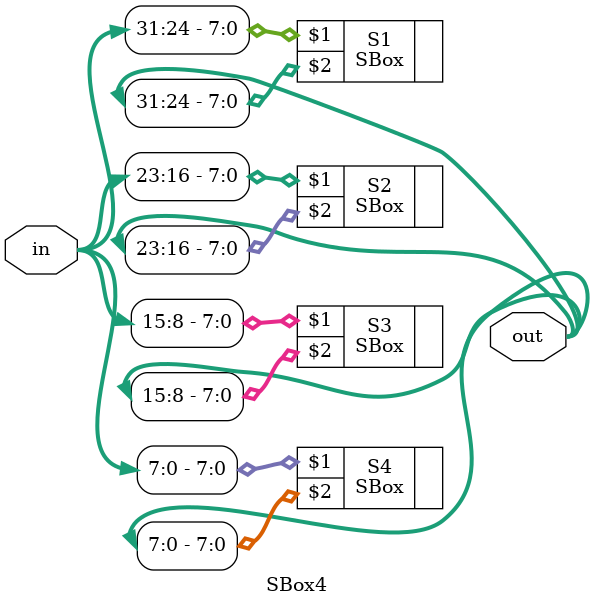
<source format=v>
`timescale 1ns / 1ps
module SBox4(in,out);
input [31:0] in;
output [31:0] out;

SBox S1(in[31:24],out[31:24]);
SBox S2(in[23:16],out[23:16]);
SBox S3(in[15:8],out[15:8]);
SBox S4(in[7:0],out[7:0]);

endmodule

</source>
